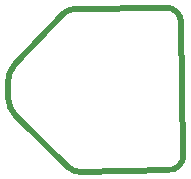
<source format=gbr>
*
G4_C Author: OrCAD GerbTool(tm) 8.1.1 Fri Jun 13 19:22:19 2003*
%LPD*%
%LNstifftop*%
%FSLAX34Y34*%
%MOIN*%
%AD*%
%ADD10C,0.010000*%
%ADD11C,0.020000*%
G4_C OrCAD GerbTool Tool List *
G54D11*
G1X93580Y16253D2*
G75*
G3X93072Y16745I-500J-9D1*
G74*
G1X90004Y16691D1*
G75*
G3X89654Y16539I9J-500D1*
G74*
G1X89838Y11413D2*
G75*
G3X90194Y11274I348J360D1*
G74*
G1X93166Y11325D1*
G1X93658Y11834D2*
G1X93580Y16253D1*
G1X93166Y11325D2*
G75*
G3X93658Y11834I-9J500D1*
G74*
G1X89838Y11413D2*
G1X88106Y13086D1*
G75*
G2X87801Y13788I695J719D1*
G74*
G1X87794Y14191D1*
G1X88074Y14903D2*
G1X89654Y16539D1*
G1X87794Y14191D2*
G75*
G2X88074Y14903I1000J17D1*
G74*
M2*

</source>
